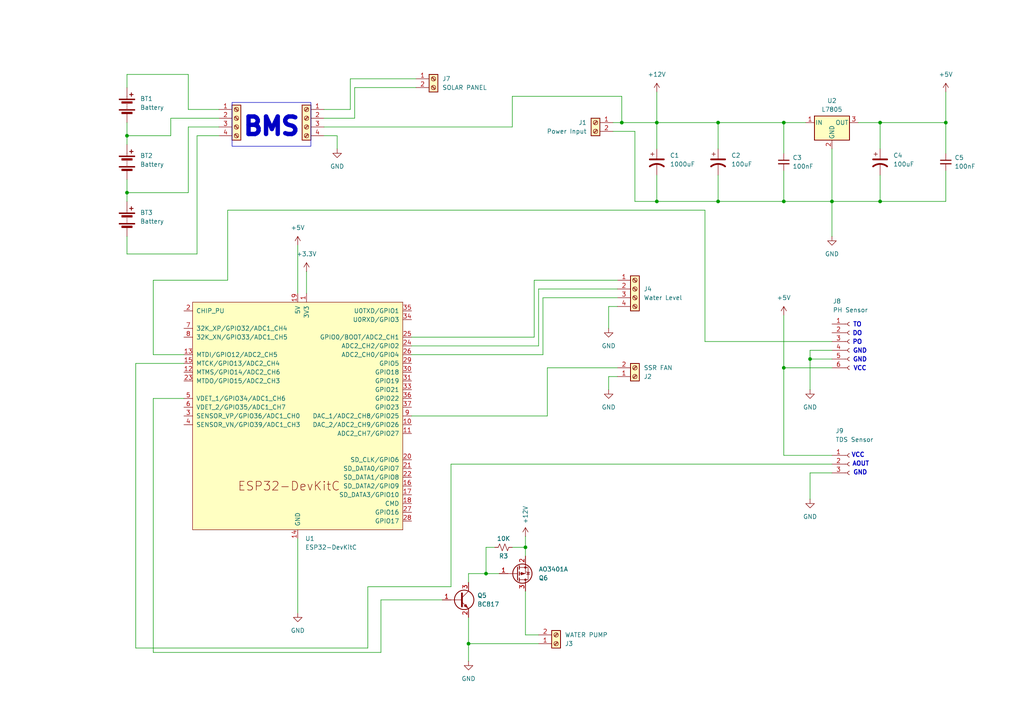
<source format=kicad_sch>
(kicad_sch (version 20250114) (generator "eeschema") (generator_version "9.0")
  (paper "A4")
  (lib_symbols
    (symbol "Connector:Conn_01x03_Socket" (pin_names (offset 1.016) (hide yes))
      (property "Reference" "J" (at 0 5.08 0))
      (property "Value" "Conn_01x03_Socket" (at 0 -5.08 0))
      (symbol "Conn_01x03_Socket_1_1"
        (polyline (pts (xy -1.27 2.54) (xy -0.508 2.54)) (stroke (width 0.1524)))
        (polyline (pts (xy -1.27 0) (xy -0.508 0)) (stroke (width 0.1524)))
        (polyline (pts (xy -1.27 -2.54) (xy -0.508 -2.54)) (stroke (width 0.1524)))
        (arc (start 0 2.032) (mid -0.5058 2.54) (end 0 3.048) (stroke (width 0.1524)))
        (arc (start 0 -0.508) (mid -0.5058 0) (end 0 0.508) (stroke (width 0.1524)))
        (arc (start 0 -3.048) (mid -0.5058 -2.54) (end 0 -2.032) (stroke (width 0.1524)))
        (pin passive line (at -5.08 2.54 0) (length 3.81) (name "Pin_1") (number "1"))
        (pin passive line (at -5.08 0 0) (length 3.81) (name "Pin_2") (number "2"))
        (pin passive line (at -5.08 -2.54 0) (length 3.81) (name "Pin_3") (number "3"))
      )
    )
    (symbol "Connector:Conn_01x06_Socket" (pin_names (offset 1.016) (hide yes))
      (property "Reference" "J" (at 0 7.62 0))
      (property "Value" "Conn_01x06_Socket" (at 0 -10.16 0))
      (symbol "Conn_01x06_Socket_1_1"
        (polyline (pts (xy -1.27 5.08) (xy -0.508 5.08)) (stroke (width 0.1524)))
        (polyline (pts (xy -1.27 2.54) (xy -0.508 2.54)) (stroke (width 0.1524)))
        (polyline (pts (xy -1.27 0) (xy -0.508 0)) (stroke (width 0.1524)))
        (polyline (pts (xy -1.27 -2.54) (xy -0.508 -2.54)) (stroke (width 0.1524)))
        (polyline (pts (xy -1.27 -5.08) (xy -0.508 -5.08)) (stroke (width 0.1524)))
        (polyline (pts (xy -1.27 -7.62) (xy -0.508 -7.62)) (stroke (width 0.1524)))
        (arc (start 0 4.572) (mid -0.5058 5.08) (end 0 5.588) (stroke (width 0.1524)))
        (arc (start 0 2.032) (mid -0.5058 2.54) (end 0 3.048) (stroke (width 0.1524)))
        (arc (start 0 -0.508) (mid -0.5058 0) (end 0 0.508) (stroke (width 0.1524)))
        (arc (start 0 -3.048) (mid -0.5058 -2.54) (end 0 -2.032) (stroke (width 0.1524)))
        (arc (start 0 -5.588) (mid -0.5058 -5.08) (end 0 -4.572) (stroke (width 0.1524)))
        (arc (start 0 -8.128) (mid -0.5058 -7.62) (end 0 -7.112) (stroke (width 0.1524)))
        (pin passive line (at -5.08 5.08 0) (length 3.81) (name "Pin_1") (number "1"))
        (pin passive line (at -5.08 2.54 0) (length 3.81) (name "Pin_2") (number "2"))
        (pin passive line (at -5.08 0 0) (length 3.81) (name "Pin_3") (number "3"))
        (pin passive line (at -5.08 -2.54 0) (length 3.81) (name "Pin_4") (number "4"))
        (pin passive line (at -5.08 -5.08 0) (length 3.81) (name "Pin_5") (number "5"))
        (pin passive line (at -5.08 -7.62 0) (length 3.81) (name "Pin_6") (number "6"))
      )
    )
    (symbol "Connector:Screw_Terminal_01x02" (pin_names (offset 1.016) (hide yes))
      (property "Reference" "J" (at 0 2.54 0))
      (property "Value" "Screw_Terminal_01x02" (at 0 -5.08 0))
      (symbol "Screw_Terminal_01x02_1_1"
        (rectangle (start -1.27 1.27) (end 1.27 -3.81) (stroke (width 0.254)) (fill (type background)))
        (polyline (pts (xy -0.5334 0.3302) (xy 0.3302 -0.508)) (stroke (width 0.1524)))
        (polyline (pts (xy -0.5334 -2.2098) (xy 0.3302 -3.048)) (stroke (width 0.1524)))
        (polyline (pts (xy -0.3556 0.508) (xy 0.508 -0.3302)) (stroke (width 0.1524)))
        (polyline (pts (xy -0.3556 -2.032) (xy 0.508 -2.8702)) (stroke (width 0.1524)))
        (circle (center 0 0) (radius 0.635) (stroke (width 0.1524)))
        (circle (center 0 -2.54) (radius 0.635) (stroke (width 0.1524)))
        (pin passive line (at -5.08 0 0) (length 3.81) (name "Pin_1") (number "1"))
        (pin passive line (at -5.08 -2.54 0) (length 3.81) (name "Pin_2") (number "2"))
      )
    )
    (symbol "Connector:Screw_Terminal_01x04" (pin_names (offset 1.016) (hide yes))
      (property "Reference" "J" (at 0 5.08 0))
      (property "Value" "Screw_Terminal_01x04" (at 0 -7.62 0))
      (symbol "Screw_Terminal_01x04_1_1"
        (rectangle (start -1.27 3.81) (end 1.27 -6.35) (stroke (width 0.254)) (fill (type background)))
        (polyline (pts (xy -0.5334 2.8702) (xy 0.3302 2.032)) (stroke (width 0.1524)))
        (polyline (pts (xy -0.5334 0.3302) (xy 0.3302 -0.508)) (stroke (width 0.1524)))
        (polyline (pts (xy -0.5334 -2.2098) (xy 0.3302 -3.048)) (stroke (width 0.1524)))
        (polyline (pts (xy -0.5334 -4.7498) (xy 0.3302 -5.588)) (stroke (width 0.1524)))
        (polyline (pts (xy -0.3556 3.048) (xy 0.508 2.2098)) (stroke (width 0.1524)))
        (polyline (pts (xy -0.3556 0.508) (xy 0.508 -0.3302)) (stroke (width 0.1524)))
        (polyline (pts (xy -0.3556 -2.032) (xy 0.508 -2.8702)) (stroke (width 0.1524)))
        (polyline (pts (xy -0.3556 -4.572) (xy 0.508 -5.4102)) (stroke (width 0.1524)))
        (circle (center 0 2.54) (radius 0.635) (stroke (width 0.1524)))
        (circle (center 0 0) (radius 0.635) (stroke (width 0.1524)))
        (circle (center 0 -2.54) (radius 0.635) (stroke (width 0.1524)))
        (circle (center 0 -5.08) (radius 0.635) (stroke (width 0.1524)))
        (pin passive line (at -5.08 2.54 0) (length 3.81) (name "Pin_1") (number "1"))
        (pin passive line (at -5.08 0 0) (length 3.81) (name "Pin_2") (number "2"))
        (pin passive line (at -5.08 -2.54 0) (length 3.81) (name "Pin_3") (number "3"))
        (pin passive line (at -5.08 -5.08 0) (length 3.81) (name "Pin_4") (number "4"))
      )
    )
    (symbol "Device:Battery" (pin_numbers (hide yes)) (pin_names (offset 0) (hide yes))
      (property "Reference" "BT" (at 2.54 2.54 0))
      (property "Value" "Battery" (at 2.54 0 0))
      (symbol "Battery_0_1"
        (rectangle (start -2.286 1.778) (end 2.286 1.524) (fill (type outline)))
        (rectangle (start -2.286 -1.27) (end 2.286 -1.524) (fill (type outline)))
        (rectangle (start -1.524 1.016) (end 1.524 0.508) (fill (type outline)))
        (rectangle (start -1.524 -2.032) (end 1.524 -2.54) (fill (type outline)))
        (polyline (pts (xy 0 1.778) (xy 0 2.54)))
        (polyline (pts (xy 0 0) (xy 0 0.254)))
        (polyline (pts (xy 0 -0.508) (xy 0 -0.254)))
        (polyline (pts (xy 0 -1.016) (xy 0 -0.762)))
        (polyline (pts (xy 0.762 3.048) (xy 1.778 3.048)) (stroke (width 0.254)))
        (polyline (pts (xy 1.27 3.556) (xy 1.27 2.54)) (stroke (width 0.254)))
      )
      (symbol "Battery_1_1"
        (pin passive line (at 0 5.08 270) (length 2.54) (name "+") (number "1"))
        (pin passive line (at 0 -5.08 90) (length 2.54) (name "-") (number "2"))
      )
    )
    (symbol "Device:C_Polarized_US" (pin_numbers (hide yes)) (pin_names (offset 0.254) (hide yes))
      (property "Reference" "C" (at 0.635 2.54 0))
      (property "Value" "C_Polarized_US" (at 0.635 -2.54 0))
      (symbol "C_Polarized_US_0_1"
        (polyline (pts (xy -2.032 0.762) (xy 2.032 0.762)) (stroke (width 0.508)))
        (polyline (pts (xy -1.778 2.286) (xy -0.762 2.286)))
        (polyline (pts (xy -1.27 1.778) (xy -1.27 2.794)))
        (arc (start -2.032 -1.27) (mid 0 -0.5572) (end 2.032 -1.27) (stroke (width 0.508)))
      )
      (symbol "C_Polarized_US_1_1"
        (pin passive line (at 0 3.81 270) (length 2.794) (name "~") (number "1"))
        (pin passive line (at 0 -3.81 90) (length 3.302) (name "~") (number "2"))
      )
    )
    (symbol "Device:C_Small" (pin_numbers (hide yes)) (pin_names (offset 0.254) (hide yes))
      (property "Reference" "C" (at 0.254 1.778 0))
      (property "Value" "C_Small" (at 0.254 -2.032 0))
      (symbol "C_Small_0_1"
        (polyline (pts (xy -1.524 0.508) (xy 1.524 0.508)) (stroke (width 0.3048)))
        (polyline (pts (xy -1.524 -0.508) (xy 1.524 -0.508)) (stroke (width 0.3302)))
      )
      (symbol "C_Small_1_1"
        (pin passive line (at 0 2.54 270) (length 2.032) (name "~") (number "1"))
        (pin passive line (at 0 -2.54 90) (length 2.032) (name "~") (number "2"))
      )
    )
    (symbol "Device:R_Small_US" (pin_numbers (hide yes)) (pin_names (offset 0.254) (hide yes))
      (property "Reference" "R" (at 0.762 0.508 0))
      (property "Value" "R_Small_US" (at 0.762 -1.016 0))
      (symbol "R_Small_US_1_1"
        (polyline (pts (xy 0 1.524) (xy 1.016 1.143) (xy 0 0.762) (xy -1.016 0.381) (xy 0 0)))
        (polyline (pts (xy 0 0) (xy 1.016 -0.381) (xy 0 -0.762) (xy -1.016 -1.143) (xy 0 -1.524)))
        (pin passive line (at 0 2.54 270) (length 1.016) (name "~") (number "1"))
        (pin passive line (at 0 -2.54 90) (length 1.016) (name "~") (number "2"))
      )
    )
    (symbol "ESP32:ESP32-DevKitC" (pin_names (offset 1.016))
      (property "Reference" "U" (at -30.48 38.1 0))
      (property "Value" "ESP32-DevKitC" (at -30.48 35.56 0))
      (symbol "ESP32-DevKitC_0_0"
        (text "ESP32-DevKitC" (at -2.54 -20.32 0) (effects (font (size 2.54 2.54))))
        (pin power_in line (at 0 35.56 270) (length 2.54) (name "5V") (number "19"))
        (pin power_in line (at 0 -35.56 90) (length 2.54) (name "GND") (number "14"))
      )
      (symbol "ESP32-DevKitC_0_1"
        (rectangle (start -30.48 33.02) (end 30.48 -33.02) (fill (type background)))
      )
      (symbol "ESP32-DevKitC_1_1"
        (pin input line (at -33.02 30.48 0) (length 2.54) (name "CHIP_PU") (number "2"))
        (pin bidirectional line (at -33.02 25.4 0) (length 2.54) (name "32K_XP/GPIO32/ADC1_CH4") (number "7"))
        (pin bidirectional line (at -33.02 22.86 0) (length 2.54) (name "32K_XN/GPIO33/ADC1_CH5") (number "8"))
        (pin bidirectional line (at -33.02 17.78 0) (length 2.54) (name "MTDI/GPIO12/ADC2_CH5") (number "13"))
        (pin bidirectional line (at -33.02 15.24 0) (length 2.54) (name "MTCK/GPIO13/ADC2_CH4") (number "15"))
        (pin bidirectional line (at -33.02 12.7 0) (length 2.54) (name "MTMS/GPIO14/ADC2_CH6") (number "12"))
        (pin bidirectional line (at -33.02 10.16 0) (length 2.54) (name "MTDO/GPIO15/ADC2_CH3") (number "23"))
        (pin input line (at -33.02 5.08 0) (length 2.54) (name "VDET_1/GPIO34/ADC1_CH6") (number "5"))
        (pin input line (at -33.02 2.54 0) (length 2.54) (name "VDET_2/GPIO35/ADC1_CH7") (number "6"))
        (pin input line (at -33.02 0 0) (length 2.54) (name "SENSOR_VP/GPIO36/ADC1_CH0") (number "3"))
        (pin input line (at -33.02 -2.54 0) (length 2.54) (name "SENSOR_VN/GPIO39/ADC1_CH3") (number "4"))
        (pin passive line (at 0 -35.56 90) (length 2.54) (hide yes) (name "GND") (number "32"))
        (pin passive line (at 0 -35.56 90) (length 2.54) (hide yes) (name "GND") (number "38"))
        (pin power_in line (at 2.54 35.56 270) (length 2.54) (name "3V3") (number "1"))
        (pin bidirectional line (at 33.02 30.48 180) (length 2.54) (name "U0TXD/GPIO1") (number "35"))
        (pin bidirectional line (at 33.02 27.94 180) (length 2.54) (name "U0RXD/GPIO3") (number "34"))
        (pin bidirectional line (at 33.02 22.86 180) (length 2.54) (name "GPIO0/BOOT/ADC2_CH1") (number "25"))
        (pin bidirectional line (at 33.02 20.32 180) (length 2.54) (name "ADC2_CH2/GPIO2") (number "24"))
        (pin bidirectional line (at 33.02 17.78 180) (length 2.54) (name "ADC2_CH0/GPIO4") (number "26"))
        (pin bidirectional line (at 33.02 15.24 180) (length 2.54) (name "GPIO5") (number "29"))
        (pin bidirectional line (at 33.02 12.7 180) (length 2.54) (name "GPIO18") (number "30"))
        (pin bidirectional line (at 33.02 10.16 180) (length 2.54) (name "GPIO19") (number "31"))
        (pin bidirectional line (at 33.02 7.62 180) (length 2.54) (name "GPIO21") (number "33"))
        (pin bidirectional line (at 33.02 5.08 180) (length 2.54) (name "GPIO22") (number "36"))
        (pin bidirectional line (at 33.02 2.54 180) (length 2.54) (name "GPIO23") (number "37"))
        (pin bidirectional line (at 33.02 0 180) (length 2.54) (name "DAC_1/ADC2_CH8/GPIO25") (number "9"))
        (pin bidirectional line (at 33.02 -2.54 180) (length 2.54) (name "DAC_2/ADC2_CH9/GPIO26") (number "10"))
        (pin bidirectional line (at 33.02 -5.08 180) (length 2.54) (name "ADC2_CH7/GPIO27") (number "11"))
        (pin bidirectional line (at 33.02 -12.7 180) (length 2.54) (name "SD_CLK/GPIO6") (number "20"))
        (pin bidirectional line (at 33.02 -15.24 180) (length 2.54) (name "SD_DATA0/GPIO7") (number "21"))
        (pin bidirectional line (at 33.02 -17.78 180) (length 2.54) (name "SD_DATA1/GPIO8") (number "22"))
        (pin bidirectional line (at 33.02 -20.32 180) (length 2.54) (name "SD_DATA2/GPIO9") (number "16"))
        (pin bidirectional line (at 33.02 -22.86 180) (length 2.54) (name "SD_DATA3/GPIO10") (number "17"))
        (pin bidirectional line (at 33.02 -25.4 180) (length 2.54) (name "CMD") (number "18"))
        (pin bidirectional line (at 33.02 -27.94 180) (length 2.54) (name "GPIO16") (number "27"))
        (pin bidirectional line (at 33.02 -30.48 180) (length 2.54) (name "GPIO17") (number "28"))
      )
    )
    (symbol "Regulator_Linear:L7805" (pin_names (offset 0.254))
      (property "Reference" "U" (at -3.81 3.175 0))
      (property "Value" "L7805" (at 0 3.175 0))
      (symbol "L7805_0_1"
        (rectangle (start -5.08 1.905) (end 5.08 -5.08) (stroke (width 0.254)) (fill (type background)))
      )
      (symbol "L7805_1_1"
        (pin power_in line (at -7.62 0 0) (length 2.54) (name "IN") (number "1"))
        (pin power_in line (at 0 -7.62 90) (length 2.54) (name "GND") (number "2"))
        (pin power_out line (at 7.62 0 180) (length 2.54) (name "OUT") (number "3"))
      )
    )
    (symbol "Transistor_BJT:BC817" (pin_names (offset 0) (hide yes))
      (property "Reference" "Q" (at 5.08 1.905 0))
      (property "Value" "BC817" (at 5.08 0 0))
      (symbol "BC817_0_1"
        (polyline (pts (xy -2.54 0) (xy 0.635 0)))
        (polyline (pts (xy 0.635 1.905) (xy 0.635 -1.905)) (stroke (width 0.508)))
        (circle (center 1.27 0) (radius 2.8194) (stroke (width 0.254)))
      )
      (symbol "BC817_1_1"
        (polyline (pts (xy 0.635 0.635) (xy 2.54 2.54)))
        (polyline (pts (xy 0.635 -0.635) (xy 2.54 -2.54)))
        (polyline (pts (xy 1.27 -1.778) (xy 1.778 -1.27) (xy 2.286 -2.286) (xy 1.27 -1.778)) (fill (type outline)))
        (pin input line (at -5.08 0 0) (length 2.54) (name "B") (number "1"))
        (pin passive line (at 2.54 5.08 270) (length 2.54) (name "C") (number "3"))
        (pin passive line (at 2.54 -5.08 90) (length 2.54) (name "E") (number "2"))
      )
    )
    (symbol "Transistor_FET:AO3401A" (pin_names (hide yes))
      (property "Reference" "Q" (at 5.08 1.905 0))
      (property "Value" "AO3401A" (at 5.08 0 0))
      (symbol "AO3401A_0_1"
        (polyline (pts (xy 0.254 1.905) (xy 0.254 -1.905)) (stroke (width 0.254)))
        (polyline (pts (xy 0.254 0) (xy -2.54 0)))
        (polyline (pts (xy 0.762 2.286) (xy 0.762 1.27)) (stroke (width 0.254)))
        (polyline (pts (xy 0.762 1.778) (xy 3.302 1.778) (xy 3.302 -1.778) (xy 0.762 -1.778)))
        (polyline (pts (xy 0.762 0.508) (xy 0.762 -0.508)) (stroke (width 0.254)))
        (polyline (pts (xy 0.762 -1.27) (xy 0.762 -2.286)) (stroke (width 0.254)))
        (circle (center 1.651 0) (radius 2.794) (stroke (width 0.254)))
        (polyline (pts (xy 2.286 0) (xy 1.27 0.381) (xy 1.27 -0.381) (xy 2.286 0)) (fill (type outline)))
        (polyline (pts (xy 2.54 2.54) (xy 2.54 1.778)))
        (circle (center 2.54 1.778) (radius 0.254) (fill (type outline)))
        (circle (center 2.54 -1.778) (radius 0.254) (fill (type outline)))
        (polyline (pts (xy 2.54 -2.54) (xy 2.54 0) (xy 0.762 0)))
        (polyline (pts (xy 2.794 -0.508) (xy 2.921 -0.381) (xy 3.683 -0.381) (xy 3.81 -0.254)))
        (polyline (pts (xy 3.302 -0.381) (xy 2.921 0.254) (xy 3.683 0.254) (xy 3.302 -0.381)))
      )
      (symbol "AO3401A_1_1"
        (pin input line (at -5.08 0 0) (length 2.54) (name "G") (number "1"))
        (pin passive line (at 2.54 5.08 270) (length 2.54) (name "D") (number "3"))
        (pin passive line (at 2.54 -5.08 90) (length 2.54) (name "S") (number "2"))
      )
    )
    (symbol "power:+12V" (power) (pin_numbers (hide yes)) (pin_names (offset 0) (hide yes))
      (property "Value" "+12V" (at 0 3.556 0))
      (symbol "+12V_0_1"
        (polyline (pts (xy -0.762 1.27) (xy 0 2.54)))
        (polyline (pts (xy 0 2.54) (xy 0.762 1.27)))
        (polyline (pts (xy 0 0) (xy 0 2.54)))
      )
      (symbol "+12V_1_1"
        (pin power_in line (at 0 0 90) (length 0) (name "~") (number "1"))
      )
    )
    (symbol "power:+3.3V" (power) (pin_numbers (hide yes)) (pin_names (offset 0) (hide yes))
      (property "Value" "+3.3V" (at 0 3.556 0))
      (symbol "+3.3V_0_1"
        (polyline (pts (xy -0.762 1.27) (xy 0 2.54)))
        (polyline (pts (xy 0 2.54) (xy 0.762 1.27)))
        (polyline (pts (xy 0 0) (xy 0 2.54)))
      )
      (symbol "+3.3V_1_1"
        (pin power_in line (at 0 0 90) (length 0) (name "~") (number "1"))
      )
    )
    (symbol "power:+5V" (power) (pin_numbers (hide yes)) (pin_names (offset 0) (hide yes))
      (property "Value" "+5V" (at 0 3.556 0))
      (symbol "+5V_0_1"
        (polyline (pts (xy -0.762 1.27) (xy 0 2.54)))
        (polyline (pts (xy 0 2.54) (xy 0.762 1.27)))
        (polyline (pts (xy 0 0) (xy 0 2.54)))
      )
      (symbol "+5V_1_1"
        (pin power_in line (at 0 0 90) (length 0) (name "~") (number "1"))
      )
    )
    (symbol "power:GND" (power) (pin_numbers (hide yes)) (pin_names (offset 0) (hide yes))
      (property "Value" "GND" (at 0 -3.81 0))
      (symbol "GND_0_1"
        (polyline (pts (xy 0 0) (xy 0 -1.27) (xy 1.27 -1.27) (xy 0 -2.54) (xy -1.27 -1.27) (xy 0 -1.27)))
      )
      (symbol "GND_1_1"
        (pin power_in line (at 0 0 270) (length 0) (name "~") (number "1"))
      )
    )
  )
  (rectangle (start 67.31 29.718) (end 90.17 42.418))
  (text "PO" (at 248.666 99.314 0) (effects (font (size 1.27 1.27) (thickness 0.254) (bold yes))))
  (text "TO" (at 248.666 94.234 0) (effects (font (size 1.27 1.27) (thickness 0.254) (bold yes))))
  (text "GND" (at 249.428 104.394 0) (effects (font (size 1.27 1.27) (thickness 0.254) (bold yes))))
  (text "AOUT" (at 247.142 134.62 0) (effects (font (size 1.27 1.27) (thickness 0.254) (bold yes)) (justify left)))
  (text "BMS" (at 78.74 36.83 0) (effects (font (size 5.08 5.08) (thickness 1.524) (bold yes))))
  (text "GND" (at 249.428 101.854 0) (effects (font (size 1.27 1.27) (thickness 0.254) (bold yes))))
  (text "GND" (at 247.396 137.16 0) (effects (font (size 1.27 1.27) (thickness 0.254) (bold yes)) (justify left)))
  (text "DO" (at 248.666 96.774 0) (effects (font (size 1.27 1.27) (thickness 0.254) (bold yes))))
  (text "VCC" (at 246.888 132.08 0) (effects (font (size 1.27 1.27) (thickness 0.254) (bold yes)) (justify left)))
  (text "VCC" (at 249.428 106.934 0) (effects (font (size 1.27 1.27) (thickness 0.254) (bold yes))))
  (junction (at 135.89 186.69))
  (junction (at 36.83 39.37))
  (junction (at 180.34 35.56))
  (junction (at 190.5 58.42))
  (junction (at 241.3 58.42))
  (junction (at 255.27 35.56))
  (junction (at 190.5 35.56))
  (junction (at 208.28 58.42))
  (junction (at 274.32 35.56))
  (junction (at 36.83 55.88))
  (junction (at 208.28 35.56))
  (junction (at 255.27 58.42))
  (junction (at 152.4 158.75))
  (junction (at 227.33 35.56))
  (junction (at 227.33 58.42))
  (junction (at 140.97 166.37))
  (junction (at 227.33 106.68))
  (junction (at 234.95 104.14))
  (wire (pts (xy 49.53 34.29) (xy 49.53 39.37)))
  (wire (pts (xy 36.83 55.88) (xy 36.83 58.42)))
  (wire (pts (xy 190.5 35.56) (xy 208.28 35.56)))
  (wire (pts (xy 49.53 39.37) (xy 36.83 39.37)))
  (wire (pts (xy 154.94 97.79) (xy 119.38 97.79)))
  (wire (pts (xy 106.68 170.18) (xy 106.68 187.96)))
  (wire (pts (xy 57.15 73.66) (xy 36.83 73.66)))
  (wire (pts (xy 227.33 106.68) (xy 227.33 91.44)))
  (wire (pts (xy 208.28 35.56) (xy 208.28 43.18)))
  (wire (pts (xy 101.6 31.75) (xy 93.98 31.75)))
  (wire (pts (xy 54.61 36.83) (xy 54.61 55.88)))
  (wire (pts (xy 86.36 71.12) (xy 86.36 85.09)))
  (wire (pts (xy 152.4 155.575) (xy 152.4 158.75)))
  (wire (pts (xy 39.37 187.96) (xy 39.37 105.41)))
  (wire (pts (xy 152.4 184.15) (xy 152.4 171.45)))
  (wire (pts (xy 179.07 109.22) (xy 176.53 109.22)))
  (wire (pts (xy 39.37 105.41) (xy 53.34 105.41)))
  (wire (pts (xy 86.36 156.21) (xy 86.36 177.8)))
  (wire (pts (xy 179.07 88.9) (xy 176.53 88.9)))
  (wire (pts (xy 102.87 25.4) (xy 120.65 25.4)))
  (wire (pts (xy 227.33 35.56) (xy 233.68 35.56)))
  (wire (pts (xy 204.47 99.06) (xy 204.47 60.96)))
  (wire (pts (xy 102.87 34.29) (xy 102.87 25.4)))
  (wire (pts (xy 156.21 100.33) (xy 119.38 100.33)))
  (wire (pts (xy 234.95 101.6) (xy 234.95 104.14)))
  (wire (pts (xy 241.3 134.62) (xy 130.81 134.62)))
  (wire (pts (xy 184.15 58.42) (xy 190.5 58.42)))
  (wire (pts (xy 154.94 81.28) (xy 179.07 81.28)))
  (wire (pts (xy 36.83 35.56) (xy 36.83 39.37)))
  (wire (pts (xy 36.83 21.59) (xy 36.83 25.4)))
  (wire (pts (xy 241.3 137.16) (xy 234.95 137.16)))
  (wire (pts (xy 227.33 58.42) (xy 241.3 58.42)))
  (wire (pts (xy 227.33 35.56) (xy 227.33 44.45)))
  (wire (pts (xy 248.92 35.56) (xy 255.27 35.56)))
  (wire (pts (xy 148.59 158.75) (xy 152.4 158.75)))
  (wire (pts (xy 135.89 186.69) (xy 156.21 186.69)))
  (wire (pts (xy 93.98 34.29) (xy 102.87 34.29)))
  (wire (pts (xy 54.61 55.88) (xy 36.83 55.88)))
  (wire (pts (xy 144.78 166.37) (xy 140.97 166.37)))
  (wire (pts (xy 101.6 22.86) (xy 101.6 31.75)))
  (wire (pts (xy 156.21 83.82) (xy 179.07 83.82)))
  (wire (pts (xy 158.75 106.68) (xy 179.07 106.68)))
  (wire (pts (xy 44.45 102.87) (xy 53.34 102.87)))
  (wire (pts (xy 140.97 166.37) (xy 140.97 158.75)))
  (wire (pts (xy 63.5 36.83) (xy 54.61 36.83)))
  (wire (pts (xy 180.34 35.56) (xy 190.5 35.56)))
  (wire (pts (xy 157.48 86.36) (xy 157.48 102.87)))
  (wire (pts (xy 227.33 132.08) (xy 227.33 106.68)))
  (wire (pts (xy 255.27 50.8) (xy 255.27 58.42)))
  (wire (pts (xy 152.4 158.75) (xy 152.4 161.29)))
  (wire (pts (xy 241.3 58.42) (xy 241.3 68.58)))
  (wire (pts (xy 241.3 58.42) (xy 241.3 43.18)))
  (wire (pts (xy 44.45 115.57) (xy 53.34 115.57)))
  (wire (pts (xy 241.3 101.6) (xy 234.95 101.6)))
  (wire (pts (xy 88.9 78.74) (xy 88.9 85.09)))
  (wire (pts (xy 177.8 35.56) (xy 180.34 35.56)))
  (wire (pts (xy 135.89 179.07) (xy 135.89 186.69)))
  (wire (pts (xy 44.45 189.23) (xy 44.45 115.57)))
  (wire (pts (xy 135.89 168.91) (xy 135.89 166.37)))
  (wire (pts (xy 241.3 104.14) (xy 234.95 104.14)))
  (wire (pts (xy 274.32 35.56) (xy 274.32 44.45)))
  (wire (pts (xy 135.89 166.37) (xy 140.97 166.37)))
  (wire (pts (xy 255.27 58.42) (xy 241.3 58.42)))
  (wire (pts (xy 106.68 187.96) (xy 39.37 187.96)))
  (wire (pts (xy 190.5 35.56) (xy 190.5 43.18)))
  (wire (pts (xy 274.32 49.53) (xy 274.32 58.42)))
  (wire (pts (xy 120.65 22.86) (xy 101.6 22.86)))
  (wire (pts (xy 241.3 106.68) (xy 227.33 106.68)))
  (wire (pts (xy 176.53 88.9) (xy 176.53 95.25)))
  (wire (pts (xy 234.95 104.14) (xy 234.95 113.03)))
  (wire (pts (xy 110.49 189.23) (xy 44.45 189.23)))
  (wire (pts (xy 63.5 39.37) (xy 57.15 39.37)))
  (wire (pts (xy 130.81 170.18) (xy 106.68 170.18)))
  (wire (pts (xy 156.21 184.15) (xy 152.4 184.15)))
  (wire (pts (xy 66.04 81.28) (xy 44.45 81.28)))
  (wire (pts (xy 204.47 60.96) (xy 66.04 60.96)))
  (wire (pts (xy 158.75 106.68) (xy 158.75 120.65)))
  (wire (pts (xy 148.59 27.94) (xy 180.34 27.94)))
  (wire (pts (xy 184.15 38.1) (xy 184.15 58.42)))
  (wire (pts (xy 190.5 50.8) (xy 190.5 58.42)))
  (wire (pts (xy 130.81 134.62) (xy 130.81 170.18)))
  (wire (pts (xy 63.5 34.29) (xy 49.53 34.29)))
  (wire (pts (xy 274.32 26.67) (xy 274.32 35.56)))
  (wire (pts (xy 234.95 137.16) (xy 234.95 144.78)))
  (wire (pts (xy 156.21 83.82) (xy 156.21 100.33)))
  (wire (pts (xy 36.83 73.66) (xy 36.83 68.58)))
  (wire (pts (xy 93.98 39.37) (xy 97.79 39.37)))
  (wire (pts (xy 227.33 49.53) (xy 227.33 58.42)))
  (wire (pts (xy 148.59 36.83) (xy 148.59 27.94)))
  (wire (pts (xy 208.28 35.56) (xy 227.33 35.56)))
  (wire (pts (xy 255.27 35.56) (xy 274.32 35.56)))
  (wire (pts (xy 54.61 31.75) (xy 54.61 21.59)))
  (wire (pts (xy 177.8 38.1) (xy 184.15 38.1)))
  (wire (pts (xy 140.97 158.75) (xy 143.51 158.75)))
  (wire (pts (xy 154.94 81.28) (xy 154.94 97.79)))
  (wire (pts (xy 36.83 52.07) (xy 36.83 55.88)))
  (wire (pts (xy 241.3 99.06) (xy 204.47 99.06)))
  (wire (pts (xy 208.28 50.8) (xy 208.28 58.42)))
  (wire (pts (xy 180.34 27.94) (xy 180.34 35.56)))
  (wire (pts (xy 157.48 102.87) (xy 119.38 102.87)))
  (wire (pts (xy 135.89 186.69) (xy 135.89 191.77)))
  (wire (pts (xy 158.75 120.65) (xy 119.38 120.65)))
  (wire (pts (xy 157.48 86.36) (xy 179.07 86.36)))
  (wire (pts (xy 241.3 132.08) (xy 227.33 132.08)))
  (wire (pts (xy 44.45 81.28) (xy 44.45 102.87)))
  (wire (pts (xy 66.04 60.96) (xy 66.04 81.28)))
  (wire (pts (xy 57.15 39.37) (xy 57.15 73.66)))
  (wire (pts (xy 176.53 109.22) (xy 176.53 113.03)))
  (wire (pts (xy 190.5 58.42) (xy 208.28 58.42)))
  (wire (pts (xy 190.5 26.67) (xy 190.5 35.56)))
  (wire (pts (xy 54.61 21.59) (xy 36.83 21.59)))
  (wire (pts (xy 255.27 35.56) (xy 255.27 43.18)))
  (wire (pts (xy 93.98 36.83) (xy 148.59 36.83)))
  (wire (pts (xy 274.32 58.42) (xy 255.27 58.42)))
  (wire (pts (xy 208.28 58.42) (xy 227.33 58.42)))
  (wire (pts (xy 36.83 39.37) (xy 36.83 41.91)))
  (wire (pts (xy 110.49 173.99) (xy 110.49 189.23)))
  (wire (pts (xy 128.27 173.99) (xy 110.49 173.99)))
  (wire (pts (xy 97.79 39.37) (xy 97.79 43.18)))
  (wire (pts (xy 63.5 31.75) (xy 54.61 31.75)))
  (symbol (lib_id "power:GND") (at 97.79 43.18 0) (unit 1)
    (property "Reference" "#PWR011" (effects (hide yes)))
    (property "Value" "GND" (at 97.79 48.26 0))
    (property "Description" "Power symbol creates a global label with name \"GND\" , ground" (effects (hide yes)))
  )
  (symbol (lib_id "power:GND") (at 234.95 144.78 0) (unit 1)
    (property "Reference" "#PWR014" (effects (hide yes)))
    (property "Value" "GND" (at 234.95 149.86 0))
    (property "Description" "Power symbol creates a global label with name \"GND\" , ground" (effects (hide yes)))
  )
  (symbol (lib_id "power:GND") (at 234.95 113.03 0) (unit 1)
    (property "Reference" "#PWR012" (effects (hide yes)))
    (property "Value" "GND" (at 234.95 118.11 0))
    (property "Description" "Power symbol creates a global label with name \"GND\" , ground" (effects (hide yes)))
  )
  (symbol (lib_id "Device:Battery") (at 36.83 63.5 0) (unit 1)
    (property "Reference" "BT3" (at 40.64 61.6584 0) (effects (justify left)))
    (property "Value" "Battery" (at 40.64 64.1984 0) (effects (justify left)))
    (property "Description" "Multiple-cell battery" (effects (hide yes)))
  )
  (symbol (lib_id "Device:C_Polarized_US") (at 208.28 46.99 0) (unit 1)
    (property "Reference" "C2" (at 212.09 45.0849 0) (effects (justify left)))
    (property "Value" "100uF" (at 212.09 47.6249 0) (effects (justify left)))
    (property "Footprint" "Capacitor_THT:CP_Radial_D6.3mm_P2.50mm" (effects (hide yes)))
  )
  (symbol (lib_id "Connector:Conn_01x06_Socket") (at 246.38 99.06 0) (unit 1)
    (property "Reference" "J8" (at 241.554 87.376 0) (effects (justify left)))
    (property "Value" "PH Sensor" (at 241.554 89.916 0) (effects (justify left)))
    (property "Description" "Generic connector, single row, 01x06, script generated" (effects (hide yes)))
  )
  (symbol (lib_id "power:GND") (at 176.53 113.03 0) (unit 1)
    (property "Reference" "#PWR07" (effects (hide yes)))
    (property "Value" "GND" (at 176.53 118.11 0))
    (property "Description" "Power symbol creates a global label with name \"GND\" , ground" (effects (hide yes)))
  )
  (symbol (lib_id "Transistor_FET:AO3401A") (at 149.86 166.37 0) (mirror x) (unit 1)
    (property "Reference" "Q6" (at 156.21 167.6401 0) (effects (justify left)))
    (property "Value" "AO3401A" (at 156.21 165.1001 0) (effects (justify left)))
    (property "Footprint" "Package_TO_SOT_SMD:SOT-23" (effects (hide yes)))
    (property "Datasheet" "http://www.aosmd.com/pdfs/datasheet/AO3401A.pdf" (effects (hide yes)))
    (property "Description" "-4.0A Id, -30V Vds, P-Channel MOSFET, SOT-23" (effects (hide yes)))
  )
  (symbol (lib_id "Connector:Screw_Terminal_01x04") (at 184.15 83.82 0) (unit 1)
    (property "Reference" "J4" (at 186.69 83.8199 0) (effects (justify left)))
    (property "Value" "Water Level" (at 186.69 86.3599 0) (effects (justify left)))
    (property "Description" "Generic screw terminal, single row, 01x04, script generated (kicad-library-utils/schlib/autogen/connector/)" (effects (hide yes)))
  )
  (symbol (lib_id "power:+3.3V") (at 88.9 78.74 0) (unit 1)
    (property "Reference" "#PWR04" (effects (hide yes)))
    (property "Value" "+3.3V" (at 88.9 73.66 0))
    (property "Description" "Power symbol creates a global label with name \"+3.3V\"" (effects (hide yes)))
  )
  (symbol (lib_id "Device:C_Small") (at 274.32 46.99 0) (unit 1)
    (property "Reference" "C5" (at 276.86 45.7262 0) (effects (justify left)))
    (property "Value" "100nF" (at 276.86 48.2662 0) (effects (justify left)))
    (property "Footprint" "Capacitor_THT:C_Disc_D4.3mm_W1.9mm_P5.00mm" (effects (hide yes)))
    (property "Description" "Unpolarized capacitor, small symbol" (effects (hide yes)))
  )
  (symbol (lib_id "power:GND") (at 135.89 191.77 0) (unit 1)
    (property "Reference" "#PWR08" (effects (hide yes)))
    (property "Value" "GND" (at 135.89 196.85 0))
  )
  (symbol (lib_id "power:GND") (at 241.3 68.58 0) (unit 1)
    (property "Reference" "#PWR05" (effects (hide yes)))
    (property "Value" "GND" (at 241.3 73.66 0))
    (property "Description" "Power symbol creates a global label with name \"GND\" , ground" (effects (hide yes)))
  )
  (symbol (lib_id "Regulator_Linear:L7805") (at 241.3 35.56 0) (unit 1)
    (property "Reference" "U2" (at 241.3 29.21 0))
    (property "Value" "L7805" (at 241.3 31.75 0))
    (property "Datasheet" "http://www.st.com/content/ccc/resource/technical/document/datasheet/41/4f/b3/b0/12/d4/47/88/CD00000444.pdf/files/CD00000444.pdf/jcr:content/translations/en.CD00000444.pdf" (effects (hide yes)))
    (property "Description" "Positive 1.5A 35V Linear Regulator, Fixed Output 5V, TO-220/TO-263/TO-252" (effects (hide yes)))
  )
  (symbol (lib_id "power:GND") (at 86.36 177.8 0) (unit 1)
    (property "Reference" "#PWR06" (effects (hide yes)))
    (property "Value" "GND" (at 86.36 182.88 0))
    (property "Description" "Power symbol creates a global label with name \"GND\" , ground" (effects (hide yes)))
  )
  (symbol (lib_id "Device:C_Polarized_US") (at 255.27 46.99 0) (unit 1)
    (property "Reference" "C4" (at 259.08 45.0849 0) (effects (justify left)))
    (property "Value" "100uF" (at 259.08 47.6249 0) (effects (justify left)))
    (property "Footprint" "Capacitor_THT:CP_Radial_D6.3mm_P2.50mm" (effects (hide yes)))
  )
  (symbol (lib_id "Connector:Screw_Terminal_01x04") (at 88.9 34.29 0) (mirror y) (unit 1)
    (property "Reference" "J6" (effects (hide yes)))
    (property "Value" "Water Level" (effects (hide yes)))
    (property "Description" "Generic screw terminal, single row, 01x04, script generated (kicad-library-utils/schlib/autogen/connector/)" (effects (hide yes)))
  )
  (symbol (lib_id "Connector:Screw_Terminal_01x02") (at 172.72 35.56 0) (mirror y) (unit 1)
    (property "Reference" "J1" (at 170.18 35.5599 0) (effects (justify left)))
    (property "Value" "Power Input" (at 170.18 38.0999 0) (effects (justify left)))
    (property "Description" "Generic screw terminal, single row, 01x02, script generated (kicad-library-utils/schlib/autogen/connector/)" (effects (hide yes)))
  )
  (symbol (lib_id "Device:C_Polarized_US") (at 190.5 46.99 0) (unit 1)
    (property "Reference" "C1" (at 194.31 45.0849 0) (effects (justify left)))
    (property "Value" "1000uF" (at 194.31 47.6249 0) (effects (justify left)))
    (property "Footprint" "Capacitor_THT:CP_Radial_D10.0mm_P5.00mm" (effects (hide yes)))
  )
  (symbol (lib_id "power:+5V") (at 227.33 91.44 0) (unit 1)
    (property "Reference" "#PWR013" (effects (hide yes)))
    (property "Value" "+5V" (at 227.33 86.36 0))
    (property "Description" "Power symbol creates a global label with name \"+5V\"" (effects (hide yes)))
  )
  (symbol (lib_id "power:+12V") (at 152.4 155.575 0) (unit 1)
    (property "Reference" "#PWR09" (effects (hide yes)))
    (property "Value" "+12V" (at 152.4 146.685 90) (effects (justify right)))
  )
  (symbol (lib_id "Device:C_Small") (at 227.33 46.99 0) (unit 1)
    (property "Reference" "C3" (at 229.87 45.7262 0) (effects (justify left)))
    (property "Value" "100nF" (at 229.87 48.2662 0) (effects (justify left)))
    (property "Footprint" "Capacitor_THT:C_Disc_D4.3mm_W1.9mm_P5.00mm" (effects (hide yes)))
    (property "Description" "Unpolarized capacitor, small symbol" (effects (hide yes)))
  )
  (symbol (lib_id "ESP32:ESP32-DevKitC") (at 86.36 120.65 0) (unit 1)
    (property "Reference" "U1" (at 88.5033 156.21 0) (effects (justify left)))
    (property "Value" "ESP32-DevKitC" (at 88.5033 158.75 0) (effects (justify left)))
    (property "Footprint" "PCM_Espressif:ESP32-DevKitC" (effects (hide yes)))
    (property "Datasheet" "https://docs.espressif.com/projects/esp-idf/zh_CN/latest/esp32/hw-reference/esp32/get-started-devkitc.html" (effects (hide yes)))
    (property "Description" "Development Kit" (effects (hide yes)))
  )
  (symbol (lib_id "Device:R_Small_US") (at 146.05 158.75 270) (unit 1)
    (property "Reference" "R3" (at 146.05 161.29 90))
    (property "Value" "10K" (at 146.05 156.21 90))
    (property "Footprint" "Resistor_SMD:R_0805_2012Metric_Pad1.20x1.40mm_HandSolder" (effects (hide yes)))
  )
  (symbol (lib_id "Transistor_BJT:BC817") (at 133.35 173.99 0) (unit 1)
    (property "Reference" "Q5" (at 138.43 172.7199 0) (effects (justify left)))
    (property "Value" "BC817" (at 138.43 175.2599 0) (effects (justify left)))
    (property "Footprint" "Package_TO_SOT_SMD:SOT-23" (effects (hide yes)))
    (property "Datasheet" "https://www.onsemi.com/pub/Collateral/BC818-D.pdf" (effects (hide yes)))
    (property "Description" "0.8A Ic, 45V Vce, NPN Transistor, SOT-23" (effects (hide yes)))
  )
  (symbol (lib_id "Device:Battery") (at 36.83 30.48 0) (unit 1)
    (property "Reference" "BT1" (at 40.64 28.6384 0) (effects (justify left)))
    (property "Value" "Battery" (at 40.64 31.1784 0) (effects (justify left)))
    (property "Description" "Multiple-cell battery" (effects (hide yes)))
  )
  (symbol (lib_id "Connector:Screw_Terminal_01x02") (at 125.73 22.86 0) (unit 1)
    (property "Reference" "J7" (at 128.27 22.8599 0) (effects (justify left)))
    (property "Value" "SOLAR PANEL" (at 128.27 25.3999 0) (effects (justify left)))
    (property "Description" "Generic screw terminal, single row, 01x02, script generated (kicad-library-utils/schlib/autogen/connector/)" (effects (hide yes)))
  )
  (symbol (lib_id "Device:Battery") (at 36.83 46.99 0) (unit 1)
    (property "Reference" "BT2" (at 40.64 45.1484 0) (effects (justify left)))
    (property "Value" "Battery" (at 40.64 47.6884 0) (effects (justify left)))
    (property "Description" "Multiple-cell battery" (effects (hide yes)))
  )
  (symbol (lib_id "Connector:Screw_Terminal_01x04") (at 68.58 34.29 0) (unit 1)
    (property "Reference" "J5" (effects (hide yes)))
    (property "Value" "Water Level" (effects (hide yes)))
    (property "Description" "Generic screw terminal, single row, 01x04, script generated (kicad-library-utils/schlib/autogen/connector/)" (effects (hide yes)))
  )
  (symbol (lib_id "power:+5V") (at 86.36 71.12 0) (unit 1)
    (property "Reference" "#PWR02" (effects (hide yes)))
    (property "Value" "+5V" (at 86.36 66.04 0))
    (property "Description" "Power symbol creates a global label with name \"+5V\"" (effects (hide yes)))
  )
  (symbol (lib_id "Connector:Screw_Terminal_01x02") (at 184.15 109.22 0) (mirror x) (unit 1)
    (property "Reference" "J2" (at 186.69 109.2201 0) (effects (justify left)))
    (property "Value" "SSR FAN" (at 186.69 106.6801 0) (effects (justify left)))
    (property "Description" "Generic screw terminal, single row, 01x02, script generated (kicad-library-utils/schlib/autogen/connector/)" (effects (hide yes)))
  )
  (symbol (lib_id "Connector:Conn_01x03_Socket") (at 246.38 134.62 0) (unit 1)
    (property "Reference" "J9" (at 242.316 124.968 0) (effects (justify left)))
    (property "Value" "TDS Sensor" (at 242.316 127.508 0) (effects (justify left)))
    (property "Description" "Generic connector, single row, 01x03, script generated" (effects (hide yes)))
  )
  (symbol (lib_id "Connector:Screw_Terminal_01x02") (at 161.29 186.69 0) (mirror x) (unit 1)
    (property "Reference" "J3" (at 163.83 186.6901 0) (effects (justify left)))
    (property "Value" "WATER PUMP" (at 163.83 184.1501 0) (effects (justify left)))
    (property "Description" "Generic screw terminal, single row, 01x02, script generated (kicad-library-utils/schlib/autogen/connector/)" (effects (hide yes)))
  )
  (symbol (lib_id "power:+5V") (at 274.32 26.67 0) (unit 1)
    (property "Reference" "#PWR03" (effects (hide yes)))
    (property "Value" "+5V" (at 274.32 21.59 0))
    (property "Description" "Power symbol creates a global label with name \"+5V\"" (effects (hide yes)))
  )
  (symbol (lib_id "power:GND") (at 176.53 95.25 0) (unit 1)
    (property "Reference" "#PWR010" (effects (hide yes)))
    (property "Value" "GND" (at 176.53 100.33 0))
    (property "Description" "Power symbol creates a global label with name \"GND\" , ground" (effects (hide yes)))
  )
  (symbol (lib_id "power:+12V") (at 190.5 26.67 0) (unit 1)
    (property "Reference" "#PWR01" (effects (hide yes)))
    (property "Value" "+12V" (at 190.5 21.59 0))
    (property "Description" "Power symbol creates a global label with name \"+12V\"" (effects (hide yes)))
  )
)
</source>
